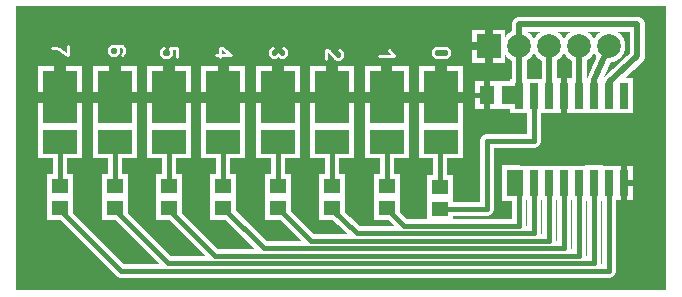
<source format=gbr>
%FSLAX34Y34*%
%MOMM*%
%LNCOPPER_TOP*%
G71*
G01*
%ADD10R, 3.800X2.800*%
%ADD11R, 3.800X5.300*%
%ADD12C, 0.238*%
%ADD13C, 1.200*%
%ADD14R, 2.200X2.100*%
%ADD15C, 1.300*%
%ADD16C, 2.800*%
%ADD17R, 1.500X3.000*%
%ADD18R, 2.100X2.400*%
%ADD19C, 1.000*%
%ADD20C, 0.667*%
%ADD21C, 0.497*%
%ADD22C, 0.502*%
%ADD23C, 0.433*%
%ADD24R, 3.000X2.000*%
%ADD25R, 3.000X4.500*%
%ADD26C, 0.400*%
%ADD27R, 1.400X1.300*%
%ADD28C, 0.500*%
%ADD29C, 2.000*%
%ADD30R, 0.700X2.200*%
%ADD31R, 1.300X1.600*%
%LPD*%
G36*
X0Y0D02*
X550000Y0D01*
X550000Y-240000D01*
X0Y-240000D01*
X0Y0D01*
G37*
%LPC*%
X359570Y-115145D02*
G54D10*
D03*
X359570Y-77045D02*
G54D11*
D03*
X313533Y-115145D02*
G54D10*
D03*
X313533Y-77045D02*
G54D11*
D03*
G54D12*
X363772Y-42979D02*
X355438Y-42979D01*
X353772Y-41979D01*
X352938Y-39979D01*
X352938Y-37979D01*
X353772Y-35979D01*
X355438Y-34979D01*
X363772Y-34979D01*
X365438Y-35979D01*
X366272Y-37979D01*
X366272Y-39979D01*
X365438Y-41979D01*
X363772Y-42979D01*
G54D12*
X315234Y-36567D02*
X320234Y-41567D01*
X306901Y-41567D01*
X267495Y-115145D02*
G54D10*
D03*
X267495Y-77045D02*
G54D11*
D03*
X221458Y-115145D02*
G54D10*
D03*
X221458Y-77045D02*
G54D11*
D03*
G54D12*
X262451Y-44567D02*
X262451Y-36567D01*
X263284Y-36567D01*
X264951Y-37567D01*
X269951Y-43567D01*
X271617Y-44567D01*
X273284Y-44567D01*
X274951Y-43567D01*
X275784Y-41567D01*
X275784Y-39567D01*
X274951Y-37567D01*
X273284Y-36567D01*
G54D12*
X225659Y-34979D02*
X227326Y-35979D01*
X228159Y-37979D01*
X228159Y-39979D01*
X227326Y-41979D01*
X225659Y-42979D01*
X223993Y-42979D01*
X222326Y-41979D01*
X221492Y-39979D01*
X220659Y-41979D01*
X218992Y-42979D01*
X217326Y-42979D01*
X215659Y-41979D01*
X214826Y-39979D01*
X214826Y-37979D01*
X215659Y-35979D01*
X217326Y-34979D01*
X175420Y-115145D02*
G54D10*
D03*
X175420Y-77045D02*
G54D11*
D03*
G54D12*
X168788Y-40979D02*
X182122Y-40979D01*
X173788Y-34979D01*
X172122Y-34979D01*
X172122Y-42979D01*
X129383Y-115145D02*
G54D10*
D03*
X129383Y-77045D02*
G54D11*
D03*
G54D12*
X136084Y-42979D02*
X136084Y-34979D01*
X130251Y-34979D01*
X130251Y-35979D01*
X131084Y-37979D01*
X131084Y-39979D01*
X130251Y-41979D01*
X128584Y-42979D01*
X125251Y-42979D01*
X123584Y-41979D01*
X122751Y-39979D01*
X122751Y-37979D01*
X123584Y-35979D01*
X125251Y-34979D01*
X83345Y-115145D02*
G54D10*
D03*
X83345Y-77045D02*
G54D11*
D03*
G54D12*
X89134Y-41392D02*
X90801Y-40392D01*
X91634Y-38392D01*
X91634Y-36392D01*
X90801Y-34392D01*
X89134Y-33392D01*
X84968Y-33392D01*
X84134Y-33392D01*
X85801Y-36392D01*
X85801Y-38392D01*
X84968Y-40392D01*
X83301Y-41392D01*
X80801Y-41392D01*
X79134Y-40392D01*
X78301Y-38392D01*
X78301Y-36392D01*
X79134Y-34392D01*
X80801Y-33392D01*
X84968Y-33392D01*
X37308Y-115145D02*
G54D10*
D03*
X37308Y-77045D02*
G54D11*
D03*
G54D12*
X44009Y-33392D02*
X44009Y-41392D01*
X42343Y-40392D01*
X39842Y-38392D01*
X36509Y-36392D01*
X34009Y-35392D01*
X30676Y-35392D01*
G54D13*
X358850Y-115888D02*
X358850Y-152450D01*
X313533Y-170708D02*
G54D14*
D03*
X313533Y-151708D02*
G54D14*
D03*
G54D13*
X313533Y-115145D02*
X313533Y-151708D01*
X267495Y-170708D02*
G54D14*
D03*
X267495Y-151708D02*
G54D14*
D03*
G54D13*
X267495Y-115145D02*
X267495Y-151708D01*
X221458Y-170708D02*
G54D14*
D03*
X221458Y-151708D02*
G54D14*
D03*
G54D13*
X221458Y-115145D02*
X221458Y-151708D01*
X175420Y-170708D02*
G54D14*
D03*
X175420Y-151708D02*
G54D14*
D03*
G54D13*
X175420Y-115145D02*
X175420Y-151708D01*
X129383Y-170708D02*
G54D14*
D03*
X129383Y-151708D02*
G54D14*
D03*
G54D13*
X129383Y-115145D02*
X129383Y-151708D01*
X83345Y-170708D02*
G54D14*
D03*
X83345Y-151708D02*
G54D14*
D03*
G54D13*
X83345Y-115145D02*
X83345Y-151708D01*
X37308Y-170708D02*
G54D14*
D03*
X37308Y-151708D02*
G54D14*
D03*
G54D13*
X37308Y-115145D02*
X37308Y-151708D01*
G54D13*
X358775Y-171450D02*
X398462Y-171450D01*
X398462Y-114300D01*
X438150Y-114300D01*
X438237Y-75632D01*
G54D13*
X314325Y-171450D02*
X328612Y-185738D01*
X425450Y-185738D01*
X425450Y-149225D01*
G54D13*
X266700Y-171450D02*
X288925Y-192088D01*
X438150Y-192088D01*
X438150Y-150812D01*
G54D13*
X463637Y-151219D02*
X463550Y-204788D01*
X360437Y-204788D01*
G54D13*
X450850Y-150812D02*
X450850Y-198438D01*
X407988Y-198438D01*
G54D13*
X222250Y-171450D02*
X249238Y-198438D01*
X407988Y-198438D01*
G54D13*
X363538Y-204788D02*
X209425Y-204788D01*
X175345Y-170708D01*
G54D13*
X476337Y-151219D02*
X476250Y-211138D01*
X168225Y-211138D01*
X127795Y-170708D01*
G54D13*
X489037Y-151219D02*
X488950Y-217488D01*
X128538Y-217488D01*
X81758Y-170708D01*
G54D13*
X501737Y-151219D02*
X501650Y-223838D01*
X88850Y-223838D01*
X35720Y-170708D01*
G54D15*
X425537Y-33744D02*
X425537Y-14694D01*
X525549Y-14694D01*
X525549Y-41682D01*
X501737Y-63907D01*
X501737Y-75019D01*
G36*
X386137Y-19744D02*
X414137Y-19744D01*
X414137Y-47744D01*
X386137Y-47744D01*
X386137Y-19744D01*
G37*
X425537Y-33744D02*
G54D16*
D03*
X450937Y-33744D02*
G54D16*
D03*
X476337Y-33744D02*
G54D16*
D03*
X501737Y-33744D02*
G54D16*
D03*
X425537Y-149632D02*
G54D17*
D03*
X438237Y-149632D02*
G54D17*
D03*
X450937Y-149632D02*
G54D17*
D03*
X463637Y-149632D02*
G54D17*
D03*
X476337Y-149632D02*
G54D17*
D03*
G36*
X481537Y-134632D02*
X496537Y-134632D01*
X496537Y-164632D01*
X481537Y-164632D01*
X481537Y-134632D01*
G37*
X501737Y-149632D02*
G54D17*
D03*
X514436Y-149632D02*
G54D17*
D03*
G36*
X506937Y-60632D02*
X521937Y-60632D01*
X521937Y-90632D01*
X506937Y-90632D01*
X506937Y-60632D01*
G37*
X501737Y-75632D02*
G54D17*
D03*
X489037Y-75632D02*
G54D17*
D03*
X476337Y-75632D02*
G54D17*
D03*
G36*
X456137Y-60632D02*
X471137Y-60632D01*
X471137Y-90632D01*
X456137Y-90632D01*
X456137Y-60632D01*
G37*
X450937Y-75632D02*
G54D17*
D03*
X438237Y-75632D02*
G54D17*
D03*
X425537Y-75632D02*
G54D17*
D03*
G54D15*
X489037Y-75632D02*
X489037Y-62319D01*
X501812Y-33744D01*
G54D15*
X476337Y-75632D02*
X476412Y-33744D01*
G54D15*
X450937Y-75632D02*
X451012Y-33744D01*
G54D15*
X425537Y-33744D02*
X425537Y-75632D01*
X417574Y-75045D02*
G54D18*
D03*
X398574Y-75044D02*
G54D18*
D03*
G36*
X411687Y-134632D02*
X426687Y-134632D01*
X426687Y-164632D01*
X411687Y-164632D01*
X411687Y-134632D01*
G37*
X358850Y-171450D02*
G54D14*
D03*
X358850Y-152450D02*
G54D14*
D03*
%LPD*%
G54D19*
G36*
X359570Y-82045D02*
X340070Y-82045D01*
X340070Y-72045D01*
X359570Y-72045D01*
X359570Y-82045D01*
G37*
G36*
X354570Y-77045D02*
X354570Y-50045D01*
X364570Y-50045D01*
X364570Y-77045D01*
X354570Y-77045D01*
G37*
G36*
X359570Y-72045D02*
X379070Y-72045D01*
X379070Y-82045D01*
X359570Y-82045D01*
X359570Y-72045D01*
G37*
G54D19*
G36*
X313533Y-82045D02*
X294033Y-82045D01*
X294033Y-72045D01*
X313533Y-72045D01*
X313533Y-82045D01*
G37*
G36*
X308533Y-77045D02*
X308533Y-50045D01*
X318533Y-50045D01*
X318533Y-77045D01*
X308533Y-77045D01*
G37*
G36*
X313533Y-72045D02*
X333033Y-72045D01*
X333033Y-82045D01*
X313533Y-82045D01*
X313533Y-72045D01*
G37*
G54D19*
G36*
X267495Y-82045D02*
X247995Y-82045D01*
X247995Y-72045D01*
X267495Y-72045D01*
X267495Y-82045D01*
G37*
G36*
X262495Y-77045D02*
X262495Y-50045D01*
X272495Y-50045D01*
X272495Y-77045D01*
X262495Y-77045D01*
G37*
G36*
X267495Y-72045D02*
X286995Y-72045D01*
X286995Y-82045D01*
X267495Y-82045D01*
X267495Y-72045D01*
G37*
G54D19*
G36*
X221458Y-82045D02*
X201958Y-82045D01*
X201958Y-72045D01*
X221458Y-72045D01*
X221458Y-82045D01*
G37*
G36*
X216458Y-77045D02*
X216458Y-50045D01*
X226458Y-50045D01*
X226458Y-77045D01*
X216458Y-77045D01*
G37*
G36*
X221458Y-72045D02*
X240958Y-72045D01*
X240958Y-82045D01*
X221458Y-82045D01*
X221458Y-72045D01*
G37*
G54D19*
G36*
X175420Y-82045D02*
X155920Y-82045D01*
X155920Y-72045D01*
X175420Y-72045D01*
X175420Y-82045D01*
G37*
G36*
X170420Y-77045D02*
X170420Y-50045D01*
X180420Y-50045D01*
X180420Y-77045D01*
X170420Y-77045D01*
G37*
G36*
X175420Y-72045D02*
X194920Y-72045D01*
X194920Y-82045D01*
X175420Y-82045D01*
X175420Y-72045D01*
G37*
G54D19*
G36*
X129383Y-82045D02*
X109883Y-82045D01*
X109883Y-72045D01*
X129383Y-72045D01*
X129383Y-82045D01*
G37*
G36*
X124383Y-77045D02*
X124383Y-50045D01*
X134383Y-50045D01*
X134383Y-77045D01*
X124383Y-77045D01*
G37*
G36*
X129383Y-72045D02*
X148883Y-72045D01*
X148883Y-82045D01*
X129383Y-82045D01*
X129383Y-72045D01*
G37*
G54D19*
G36*
X83345Y-82045D02*
X63845Y-82045D01*
X63845Y-72045D01*
X83345Y-72045D01*
X83345Y-82045D01*
G37*
G36*
X78345Y-77045D02*
X78345Y-50045D01*
X88345Y-50045D01*
X88345Y-77045D01*
X78345Y-77045D01*
G37*
G36*
X83345Y-72045D02*
X102845Y-72045D01*
X102845Y-82045D01*
X83345Y-82045D01*
X83345Y-72045D01*
G37*
G54D19*
G36*
X37308Y-82045D02*
X17808Y-82045D01*
X17808Y-72045D01*
X37308Y-72045D01*
X37308Y-82045D01*
G37*
G36*
X32308Y-77045D02*
X32308Y-50045D01*
X42308Y-50045D01*
X42308Y-77045D01*
X32308Y-77045D01*
G37*
G36*
X37308Y-72045D02*
X56808Y-72045D01*
X56808Y-82045D01*
X37308Y-82045D01*
X37308Y-72045D01*
G37*
G54D20*
G36*
X396803Y-33744D02*
X396803Y-19244D01*
X403470Y-19244D01*
X403470Y-33744D01*
X396803Y-33744D01*
G37*
G36*
X403470Y-33744D02*
X403470Y-48244D01*
X396803Y-48244D01*
X396803Y-33744D01*
X403470Y-33744D01*
G37*
G36*
X400137Y-37078D02*
X385637Y-37078D01*
X385637Y-30411D01*
X400137Y-30411D01*
X400137Y-37078D01*
G37*
G54D21*
G36*
X511951Y-149632D02*
X511951Y-134132D01*
X516921Y-134132D01*
X516921Y-149632D01*
X511951Y-149632D01*
G37*
G36*
X514436Y-147147D02*
X522436Y-147147D01*
X522436Y-152117D01*
X514436Y-152117D01*
X514436Y-147147D01*
G37*
G36*
X516921Y-149632D02*
X516921Y-165132D01*
X511951Y-165132D01*
X511951Y-149632D01*
X516921Y-149632D01*
G37*
G54D22*
G36*
X461129Y-75632D02*
X461129Y-60132D01*
X466146Y-60132D01*
X466146Y-75632D01*
X461129Y-75632D01*
G37*
G36*
X466146Y-75632D02*
X466146Y-91132D01*
X461129Y-91132D01*
X461129Y-75632D01*
X466146Y-75632D01*
G37*
G54D23*
G36*
X400741Y-75044D02*
X400741Y-87544D01*
X396408Y-87544D01*
X396408Y-75044D01*
X400741Y-75044D01*
G37*
G36*
X398574Y-77211D02*
X387574Y-77211D01*
X387574Y-72878D01*
X398574Y-72878D01*
X398574Y-77211D01*
G37*
G36*
X396408Y-75044D02*
X396408Y-62544D01*
X400741Y-62544D01*
X400741Y-75044D01*
X396408Y-75044D01*
G37*
X359570Y-115145D02*
G54D24*
D03*
X359570Y-77045D02*
G54D25*
D03*
X313533Y-115145D02*
G54D24*
D03*
X313533Y-77045D02*
G54D25*
D03*
X267495Y-115145D02*
G54D24*
D03*
X267495Y-77045D02*
G54D25*
D03*
X221458Y-115145D02*
G54D24*
D03*
X221458Y-77045D02*
G54D25*
D03*
X175420Y-115145D02*
G54D24*
D03*
X175420Y-77045D02*
G54D25*
D03*
X129383Y-115145D02*
G54D24*
D03*
X129383Y-77045D02*
G54D25*
D03*
X83345Y-115145D02*
G54D24*
D03*
X83345Y-77045D02*
G54D25*
D03*
X37308Y-115145D02*
G54D24*
D03*
X37308Y-77045D02*
G54D25*
D03*
G54D26*
X358850Y-115888D02*
X358850Y-152450D01*
X313533Y-170708D02*
G54D27*
D03*
X313533Y-151708D02*
G54D27*
D03*
G54D26*
X313533Y-115145D02*
X313533Y-151708D01*
X267495Y-170708D02*
G54D27*
D03*
X267495Y-151708D02*
G54D27*
D03*
G54D26*
X267495Y-115145D02*
X267495Y-151708D01*
X221458Y-170708D02*
G54D27*
D03*
X221458Y-151708D02*
G54D27*
D03*
G54D26*
X221458Y-115145D02*
X221458Y-151708D01*
X175420Y-170708D02*
G54D27*
D03*
X175420Y-151708D02*
G54D27*
D03*
G54D26*
X175420Y-115145D02*
X175420Y-151708D01*
X129383Y-170708D02*
G54D27*
D03*
X129383Y-151708D02*
G54D27*
D03*
G54D26*
X129383Y-115145D02*
X129383Y-151708D01*
X83345Y-170708D02*
G54D27*
D03*
X83345Y-151708D02*
G54D27*
D03*
G54D26*
X83345Y-115145D02*
X83345Y-151708D01*
X37308Y-170708D02*
G54D27*
D03*
X37308Y-151708D02*
G54D27*
D03*
G54D26*
X37308Y-115145D02*
X37308Y-151708D01*
G54D26*
X358775Y-171450D02*
X398462Y-171450D01*
X398462Y-114300D01*
X438150Y-114300D01*
X438237Y-75632D01*
G54D26*
X314325Y-171450D02*
X328612Y-185738D01*
X425450Y-185738D01*
X425450Y-149225D01*
G54D26*
X266700Y-171450D02*
X288925Y-192088D01*
X438150Y-192088D01*
X438150Y-150812D01*
G54D26*
X463637Y-151219D02*
X463550Y-204788D01*
X360437Y-204788D01*
G54D26*
X450850Y-150812D02*
X450850Y-198438D01*
X407988Y-198438D01*
G54D26*
X222250Y-171450D02*
X249238Y-198438D01*
X407988Y-198438D01*
G54D26*
X363538Y-204788D02*
X209425Y-204788D01*
X175345Y-170708D01*
G54D26*
X476337Y-151219D02*
X476250Y-211138D01*
X168225Y-211138D01*
X127795Y-170708D01*
G54D26*
X489037Y-151219D02*
X488950Y-217488D01*
X128538Y-217488D01*
X81758Y-170708D01*
G54D26*
X501737Y-151219D02*
X501650Y-223838D01*
X88850Y-223838D01*
X35720Y-170708D01*
G54D28*
X425537Y-33744D02*
X425537Y-14694D01*
X525549Y-14694D01*
X525549Y-41682D01*
X501737Y-63907D01*
X501737Y-75019D01*
G36*
X390137Y-23744D02*
X410137Y-23744D01*
X410137Y-43744D01*
X390137Y-43744D01*
X390137Y-23744D01*
G37*
X425537Y-33744D02*
G54D29*
D03*
X450937Y-33744D02*
G54D29*
D03*
X476337Y-33744D02*
G54D29*
D03*
X501737Y-33744D02*
G54D29*
D03*
X425537Y-149632D02*
G54D30*
D03*
X438237Y-149632D02*
G54D30*
D03*
X450937Y-149632D02*
G54D30*
D03*
X463637Y-149632D02*
G54D30*
D03*
X476337Y-149632D02*
G54D30*
D03*
G36*
X485537Y-138632D02*
X492537Y-138632D01*
X492537Y-160632D01*
X485537Y-160632D01*
X485537Y-138632D01*
G37*
X501737Y-149632D02*
G54D30*
D03*
X514436Y-149632D02*
G54D30*
D03*
X514437Y-75632D02*
G54D30*
D03*
X501737Y-75632D02*
G54D30*
D03*
X489037Y-75632D02*
G54D30*
D03*
X476337Y-75632D02*
G54D30*
D03*
X463637Y-75632D02*
G54D30*
D03*
X450937Y-75632D02*
G54D30*
D03*
X438237Y-75632D02*
G54D30*
D03*
X425537Y-75632D02*
G54D30*
D03*
G54D28*
X489037Y-75632D02*
X489037Y-62319D01*
X501812Y-33744D01*
G54D28*
X476337Y-75632D02*
X476412Y-33744D01*
G54D28*
X450937Y-75632D02*
X451012Y-33744D01*
G54D28*
X425537Y-33744D02*
X425537Y-75632D01*
X417574Y-75045D02*
G54D31*
D03*
X398574Y-75044D02*
G54D31*
D03*
G36*
X415687Y-138632D02*
X422687Y-138632D01*
X422687Y-160632D01*
X415687Y-160632D01*
X415687Y-138632D01*
G37*
X358850Y-171450D02*
G54D27*
D03*
X358850Y-152450D02*
G54D27*
D03*
M02*

</source>
